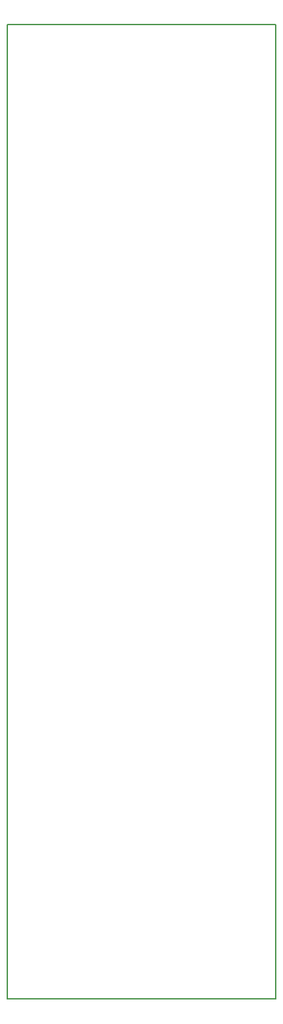
<source format=gbr>
G04 #@! TF.FileFunction,Profile,NP*
%FSLAX46Y46*%
G04 Gerber Fmt 4.6, Leading zero omitted, Abs format (unit mm)*
G04 Created by KiCad (PCBNEW 4.0.4-stable) date 12/13/16 07:15:23*
%MOMM*%
%LPD*%
G01*
G04 APERTURE LIST*
%ADD10C,0.100000*%
%ADD11C,0.150000*%
G04 APERTURE END LIST*
D10*
D11*
X92710000Y-160020000D02*
X127000000Y-160020000D01*
X127000000Y-35560000D02*
X92710000Y-35560000D01*
X127000000Y-160020000D02*
X127000000Y-35560000D01*
X92710000Y-35560000D02*
X92710000Y-160020000D01*
M02*

</source>
